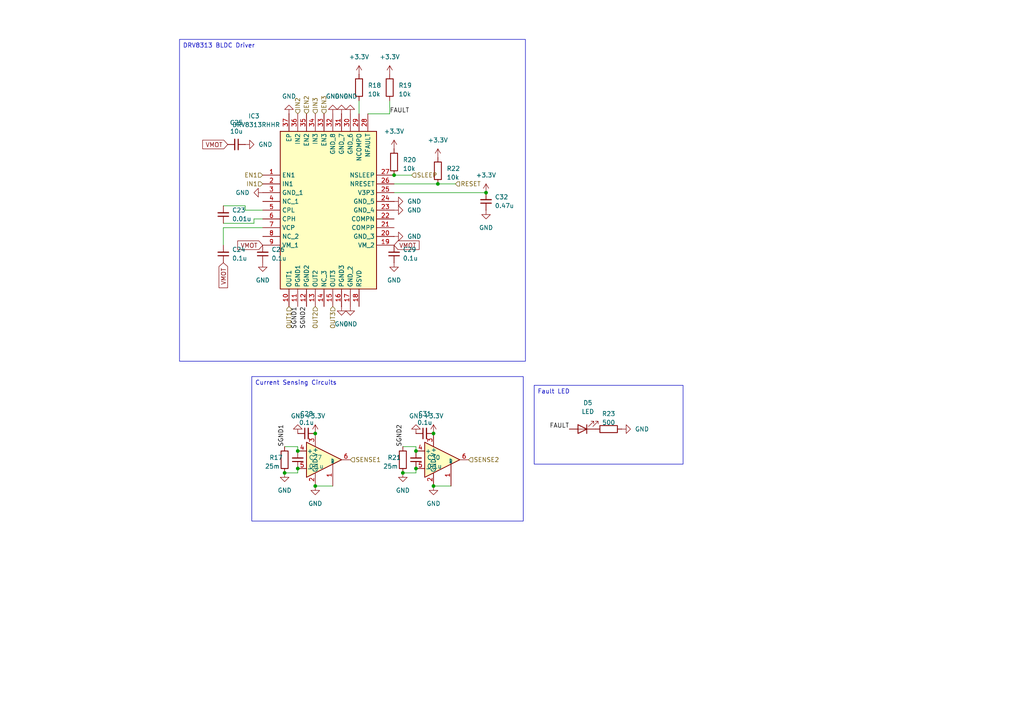
<source format=kicad_sch>
(kicad_sch (version 20250114) (generator "eeschema") (generator_version "9.0")
  (paper "A4")
  (lib_symbols
    (symbol "+3.3V_1" (power) (pin_numbers (hide yes)) (pin_names (offset 0) (hide yes))
      (property "Value" "+3.3V" (at 0 3.556 0))
      (symbol "+3.3V_1_0_1"
        (polyline (pts (xy -0.762 1.27) (xy 0 2.54)))
        (polyline (pts (xy 0 2.54) (xy 0.762 1.27)))
        (polyline (pts (xy 0 0) (xy 0 2.54)))
      )
      (symbol "+3.3V_1_1_1"
        (pin power_in line (at 0 0 90) (length 0) (name "~") (number "1"))
      )
    )
    (symbol "Amplifier_Current:INA199xxDCK" (pin_names (offset 0.127))
      (property "Reference" "U" (at 3.81 3.81 0))
      (property "Value" "INA199xxDCK" (at 3.81 -2.54 0))
      (symbol "INA199xxDCK_0_1"
        (polyline (pts (xy 5.08 0) (xy -5.08 5.08) (xy -5.08 -5.08) (xy 5.08 0)) (stroke (width 0.254)) (fill (type background)))
      )
      (symbol "INA199xxDCK_1_1"
        (pin input line (at -7.62 2.54 0) (length 2.54) (name "+") (number "4"))
        (pin input line (at -7.62 -2.54 0) (length 2.54) (name "-") (number "5"))
        (pin power_in line (at -2.54 7.62 270) (length 3.81) (name "V+") (number "3"))
        (pin power_in line (at -2.54 -7.62 90) (length 3.81) (name "GND") (number "2"))
        (pin input line (at 2.54 -7.62 90) (length 6.35) (name "REF") (number "1"))
        (pin output line (at 7.62 0 180) (length 2.54) (name "~") (number "6"))
      )
    )
    (symbol "DRV8313RHHR:DRV8313RHHR"
      (property "Reference" "IC" (at 34.29 17.78 0))
      (property "Value" "DRV8313RHHR" (at 34.29 15.24 0))
      (symbol "DRV8313RHHR_1_1"
        (rectangle (start 5.08 12.7) (end 33.02 -33.02) (stroke (width 0.254)) (fill (type background)))
        (pin passive line (at 0 0 0) (length 5.08) (name "EN1") (number "1"))
        (pin passive line (at 0 -2.54 0) (length 5.08) (name "IN1") (number "2"))
        (pin passive line (at 0 -5.08 0) (length 5.08) (name "GND_1") (number "3"))
        (pin passive line (at 0 -7.62 0) (length 5.08) (name "NC_1") (number "4"))
        (pin passive line (at 0 -10.16 0) (length 5.08) (name "CPL") (number "5"))
        (pin passive line (at 0 -12.7 0) (length 5.08) (name "CPH") (number "6"))
        (pin passive line (at 0 -15.24 0) (length 5.08) (name "VCP") (number "7"))
        (pin passive line (at 0 -17.78 0) (length 5.08) (name "NC_2") (number "8"))
        (pin passive line (at 0 -20.32 0) (length 5.08) (name "VM_1") (number "9"))
        (pin passive line (at 7.62 17.78 270) (length 5.08) (name "EP") (number "37"))
        (pin passive line (at 7.62 -38.1 90) (length 5.08) (name "OUT1") (number "10"))
        (pin passive line (at 10.16 17.78 270) (length 5.08) (name "IN2") (number "36"))
        (pin passive line (at 10.16 -38.1 90) (length 5.08) (name "PGND1") (number "11"))
        (pin passive line (at 12.7 17.78 270) (length 5.08) (name "EN2") (number "35"))
        (pin passive line (at 12.7 -38.1 90) (length 5.08) (name "PGND2") (number "12"))
        (pin passive line (at 15.24 17.78 270) (length 5.08) (name "IN3") (number "34"))
        (pin passive line (at 15.24 -38.1 90) (length 5.08) (name "OUT2") (number "13"))
        (pin passive line (at 17.78 17.78 270) (length 5.08) (name "EN3") (number "33"))
        (pin passive line (at 17.78 -38.1 90) (length 5.08) (name "NC_3") (number "14"))
        (pin passive line (at 20.32 17.78 270) (length 5.08) (name "GND_8") (number "32"))
        (pin passive line (at 20.32 -38.1 90) (length 5.08) (name "OUT3") (number "15"))
        (pin passive line (at 22.86 17.78 270) (length 5.08) (name "GND_7") (number "31"))
        (pin passive line (at 22.86 -38.1 90) (length 5.08) (name "PGND3") (number "16"))
        (pin passive line (at 25.4 17.78 270) (length 5.08) (name "GND_6") (number "30"))
        (pin passive line (at 25.4 -38.1 90) (length 5.08) (name "GND_2") (number "17"))
        (pin passive line (at 27.94 17.78 270) (length 5.08) (name "NCOMPO") (number "29"))
        (pin passive line (at 27.94 -38.1 90) (length 5.08) (name "RSVD") (number "18"))
        (pin passive line (at 30.48 17.78 270) (length 5.08) (name "NFAULT") (number "28"))
        (pin passive line (at 38.1 0 180) (length 5.08) (name "NSLEEP") (number "27"))
        (pin passive line (at 38.1 -2.54 180) (length 5.08) (name "NRESET") (number "26"))
        (pin passive line (at 38.1 -5.08 180) (length 5.08) (name "V3P3") (number "25"))
        (pin passive line (at 38.1 -7.62 180) (length 5.08) (name "GND_5") (number "24"))
        (pin passive line (at 38.1 -10.16 180) (length 5.08) (name "GND_4") (number "23"))
        (pin passive line (at 38.1 -12.7 180) (length 5.08) (name "COMPN") (number "22"))
        (pin passive line (at 38.1 -15.24 180) (length 5.08) (name "COMPP") (number "21"))
        (pin passive line (at 38.1 -17.78 180) (length 5.08) (name "GND_3") (number "20"))
        (pin passive line (at 38.1 -20.32 180) (length 5.08) (name "VM_2") (number "19"))
      )
    )
    (symbol "Device:C_Small" (pin_numbers (hide yes)) (pin_names (offset 0.254) (hide yes))
      (property "Reference" "C" (at 0.254 1.778 0))
      (property "Value" "C_Small" (at 0.254 -2.032 0))
      (symbol "C_Small_0_1"
        (polyline (pts (xy -1.524 0.508) (xy 1.524 0.508)) (stroke (width 0.3048)))
        (polyline (pts (xy -1.524 -0.508) (xy 1.524 -0.508)) (stroke (width 0.3302)))
      )
      (symbol "C_Small_1_1"
        (pin passive line (at 0 2.54 270) (length 2.032) (name "~") (number "1"))
        (pin passive line (at 0 -2.54 90) (length 2.032) (name "~") (number "2"))
      )
    )
    (symbol "Device:LED" (pin_numbers (hide yes)) (pin_names (offset 1.016) (hide yes))
      (property "Reference" "D" (at 0 2.54 0))
      (property "Value" "LED" (at 0 -2.54 0))
      (symbol "LED_0_1"
        (polyline (pts (xy -3.048 -0.762) (xy -4.572 -2.286) (xy -3.81 -2.286) (xy -4.572 -2.286) (xy -4.572 -1.524)))
        (polyline (pts (xy -1.778 -0.762) (xy -3.302 -2.286) (xy -2.54 -2.286) (xy -3.302 -2.286) (xy -3.302 -1.524)))
        (polyline (pts (xy -1.27 0) (xy 1.27 0)))
        (polyline (pts (xy -1.27 -1.27) (xy -1.27 1.27)) (stroke (width 0.254)))
        (polyline (pts (xy 1.27 -1.27) (xy 1.27 1.27) (xy -1.27 0) (xy 1.27 -1.27)) (stroke (width 0.254)))
      )
      (symbol "LED_1_1"
        (pin passive line (at -3.81 0 0) (length 2.54) (name "K") (number "1"))
        (pin passive line (at 3.81 0 180) (length 2.54) (name "A") (number "2"))
      )
    )
    (symbol "Device:R" (pin_numbers (hide yes)) (pin_names (offset 0))
      (property "Reference" "R" (at 2.032 0 90))
      (property "Value" "R" (at 0 0 90))
      (symbol "R_0_1"
        (rectangle (start -1.016 -2.54) (end 1.016 2.54) (stroke (width 0.254)))
      )
      (symbol "R_1_1"
        (pin passive line (at 0 3.81 270) (length 1.27) (name "~") (number "1"))
        (pin passive line (at 0 -3.81 90) (length 1.27) (name "~") (number "2"))
      )
    )
    (symbol "GND_1" (power) (pin_numbers (hide yes)) (pin_names (offset 0) (hide yes))
      (property "Value" "GND" (at 0 -3.81 0))
      (symbol "GND_1_0_1"
        (polyline (pts (xy 0 0) (xy 0 -1.27) (xy 1.27 -1.27) (xy 0 -2.54) (xy -1.27 -1.27) (xy 0 -1.27)))
      )
      (symbol "GND_1_1_1"
        (pin power_in line (at 0 0 270) (length 0) (name "~") (number "1"))
      )
    )
  )
  (text_box "DRV8313 BLDC Driver" (at 52.07 11.43 0) (size 100.33 93.345) (margins 0.9525 0.9525 0.9525 0.9525) (effects (font (size 1.27 1.27)) (justify left top)))
  (text_box "Fault LED" (at 154.94 111.76 0) (size 43.18 22.86) (margins 0.9525 0.9525 0.9525 0.9525) (effects (font (size 1.27 1.27)) (justify left top)))
  (text_box "Current Sensing Circuits" (at 73.025 109.22 0) (size 78.74 41.91) (margins 0.9525 0.9525 0.9525 0.9525) (effects (font (size 1.27 1.27)) (justify left top)))
  (junction (at 125.73 140.97))
  (junction (at 120.65 130.81))
  (junction (at 91.44 140.97))
  (junction (at 86.36 130.81))
  (junction (at 140.97 55.88))
  (junction (at 127 53.34))
  (junction (at 125.73 125.73))
  (junction (at 82.55 137.16))
  (junction (at 114.3 50.8))
  (junction (at 116.84 137.16))
  (junction (at 91.44 125.73))
  (junction (at 120.65 135.89))
  (junction (at 86.36 135.89))
  (wire (pts (xy 127 53.34) (xy 114.3 53.34)))
  (wire (pts (xy 106.68 33.02) (xy 113.03 33.02)))
  (wire (pts (xy 120.65 129.54) (xy 120.65 130.81)))
  (wire (pts (xy 132.08 53.34) (xy 127 53.34)))
  (wire (pts (xy 113.03 33.02) (xy 113.03 29.21)))
  (wire (pts (xy 64.77 66.04) (xy 64.77 71.12)))
  (wire (pts (xy 71.12 59.69) (xy 64.77 59.69)))
  (wire (pts (xy 86.36 137.16) (xy 86.36 135.89)))
  (wire (pts (xy 86.36 129.54) (xy 86.36 130.81)))
  (wire (pts (xy 116.84 137.16) (xy 120.65 137.16)))
  (wire (pts (xy 120.65 137.16) (xy 120.65 135.89)))
  (wire (pts (xy 71.12 60.96) (xy 71.12 59.69)))
  (wire (pts (xy 64.77 66.04) (xy 76.2 66.04)))
  (wire (pts (xy 82.55 129.54) (xy 86.36 129.54)))
  (wire (pts (xy 114.3 55.88) (xy 140.97 55.88)))
  (wire (pts (xy 73.66 63.5) (xy 73.66 64.77)))
  (wire (pts (xy 91.44 140.97) (xy 96.52 140.97)))
  (wire (pts (xy 76.2 60.96) (xy 71.12 60.96)))
  (wire (pts (xy 125.73 140.97) (xy 130.81 140.97)))
  (wire (pts (xy 76.2 63.5) (xy 73.66 63.5)))
  (wire (pts (xy 73.66 64.77) (xy 64.77 64.77)))
  (wire (pts (xy 104.14 29.21) (xy 104.14 33.02)))
  (wire (pts (xy 119.38 50.8) (xy 114.3 50.8)))
  (wire (pts (xy 82.55 137.16) (xy 86.36 137.16)))
  (wire (pts (xy 116.84 129.54) (xy 120.65 129.54)))
  (label "SGND2" (at 116.84 129.54 90))
  (label "SGND1" (at 82.55 129.54 90))
  (label "FAULT" (at 165.1 124.46 180))
  (label "FAULT" (at 113.03 33.02 0))
  (label "SGND2" (at 88.9 88.9 270))
  (label "SGND1" (at 86.36 88.9 270))
  (global_label "VMOT" (shape input) (at 64.77 76.2 270) (property "Intersheetrefs" "${INTERSHEET_REFS}" (effects (hide yes))))
  (global_label "VMOT" (shape input) (at 66.04 41.91 180) (property "Intersheetrefs" "${INTERSHEET_REFS}" (effects (hide yes))))
  (global_label "VMOT" (shape input) (at 76.2 71.12 180) (property "Intersheetrefs" "${INTERSHEET_REFS}" (effects (hide yes))))
  (global_label "VMOT" (shape input) (at 114.3 71.12 0) (property "Intersheetrefs" "${INTERSHEET_REFS}" (effects (hide yes))))
  (hierarchical_label "IN2" (shape input) (at 86.36 33.02 90))
  (hierarchical_label "OUT3" (shape input) (at 96.52 88.9 270))
  (hierarchical_label "EN1" (shape input) (at 76.2 50.8 180))
  (hierarchical_label "OUT1" (shape input) (at 83.82 88.9 270))
  (hierarchical_label "SENSE2" (shape input) (at 135.89 133.35 0))
  (hierarchical_label "IN1" (shape input) (at 76.2 53.34 180))
  (hierarchical_label "SENSE1" (shape input) (at 101.6 133.35 0))
  (hierarchical_label "RESET" (shape input) (at 132.08 53.34 0))
  (hierarchical_label "OUT2" (shape input) (at 91.44 88.9 270))
  (hierarchical_label "EN2" (shape input) (at 88.9 33.02 90))
  (hierarchical_label "IN3" (shape input) (at 91.44 33.02 90))
  (hierarchical_label "SLEEP" (shape input) (at 119.38 50.8 0))
  (hierarchical_label "EN3" (shape input) (at 93.98 33.02 90))
  (symbol (lib_id "Device:C_Small") (at 86.36 133.35 180) (unit 1)
    (property "Reference" "C17" (at 89.535 132.7086 0) (effects (justify right)))
    (property "Value" "0.1u" (at 89.535 135.2486 0) (effects (justify right)))
    (property "Footprint" "Capacitor_SMD:C_0402_1005Metric" (effects (hide yes)))
    (instances (project "DRIFT_Driver" (path "" (reference "C27") (unit 1)) (path "" (reference "C17") (unit 1))))
  )
  (symbol (lib_name "+3.3V_1") (lib_id "power:+3.3V") (at 91.44 125.73 0) (unit 1)
    (property "Reference" "#PWR037" (effects (hide yes)))
    (property "Value" "+3.3V" (at 91.44 120.65 0))
    (property "Description" "Power symbol creates a global label with name \"+3.3V\"" (effects (hide yes)))
    (instances (project "DRIFT_Driver" (path "" (reference "#PWR065") (unit 1)) (path "" (reference "#PWR037") (unit 1))))
  )
  (symbol (lib_name "GND_1") (lib_id "power:GND") (at 83.82 33.02 180) (unit 1)
    (property "Reference" "#PWR035" (effects (hide yes)))
    (property "Value" "GND" (at 83.82 27.94 0))
    (property "Description" "Power symbol creates a global label with name \"GND\" , ground" (effects (hide yes)))
    (instances (project "DRIFT_Driver" (path "" (reference "#PWR063") (unit 1)) (path "" (reference "#PWR035") (unit 1))))
  )
  (symbol (lib_name "+3.3V_1") (lib_id "power:+3.3V") (at 125.73 125.73 0) (unit 1)
    (property "Reference" "#PWR053" (effects (hide yes)))
    (property "Value" "+3.3V" (at 125.73 120.65 0))
    (property "Description" "Power symbol creates a global label with name \"+3.3V\"" (effects (hide yes)))
    (instances (project "DRIFT_Driver" (path "" (reference "#PWR081") (unit 1)) (path "" (reference "#PWR053") (unit 1))))
  )
  (symbol (lib_name "GND_1") (lib_id "power:GND") (at 114.3 76.2 0) (unit 1)
    (property "Reference" "#PWR050" (effects (hide yes)))
    (property "Value" "GND" (at 114.3 81.28 0))
    (property "Description" "Power symbol creates a global label with name \"GND\" , ground" (effects (hide yes)))
    (instances (project "DRIFT_Driver" (path "" (reference "#PWR078") (unit 1)) (path "" (reference "#PWR050") (unit 1))))
  )
  (symbol (lib_id "Device:C_Small") (at 64.77 73.66 180) (unit 1)
    (property "Reference" "C14" (at 67.31 72.3835 0) (effects (justify right)))
    (property "Value" "0.1u" (at 67.31 74.9235 0) (effects (justify right)))
    (property "Footprint" "Capacitor_SMD:C_0402_1005Metric" (effects (hide yes)))
    (instances (project "DRIFT_Driver" (path "" (reference "C24") (unit 1)) (path "" (reference "C14") (unit 1))))
  )
  (symbol (lib_name "GND_1") (lib_id "power:GND") (at 76.2 76.2 0) (unit 1)
    (property "Reference" "#PWR033" (effects (hide yes)))
    (property "Value" "GND" (at 76.2 81.28 0))
    (property "Description" "Power symbol creates a global label with name \"GND\" , ground" (effects (hide yes)))
    (instances (project "DRIFT_Driver" (path "" (reference "#PWR061") (unit 1)) (path "" (reference "#PWR033") (unit 1))))
  )
  (symbol (lib_name "GND_1") (lib_id "power:GND") (at 140.97 60.96 0) (unit 1)
    (property "Reference" "#PWR057" (effects (hide yes)))
    (property "Value" "GND" (at 140.97 66.04 0))
    (property "Description" "Power symbol creates a global label with name \"GND\" , ground" (effects (hide yes)))
    (instances (project "DRIFT_Driver" (path "" (reference "#PWR085") (unit 1)) (path "" (reference "#PWR057") (unit 1))))
  )
  (symbol (lib_id "Device:C_Small") (at 64.77 62.23 180) (unit 1)
    (property "Reference" "C13" (at 67.31 60.9535 0) (effects (justify right)))
    (property "Value" "0.01u" (at 67.31 63.4935 0) (effects (justify right)))
    (property "Footprint" "Capacitor_SMD:C_0402_1005Metric" (effects (hide yes)))
    (instances (project "DRIFT_Driver" (path "" (reference "C23") (unit 1)) (path "" (reference "C13") (unit 1))))
  )
  (symbol (lib_name "GND_1") (lib_id "power:GND") (at 125.73 140.97 0) (unit 1)
    (property "Reference" "#PWR054" (effects (hide yes)))
    (property "Value" "GND" (at 125.73 146.05 0))
    (property "Description" "Power symbol creates a global label with name \"GND\" , ground" (effects (hide yes)))
    (instances (project "DRIFT_Driver" (path "" (reference "#PWR082") (unit 1)) (path "" (reference "#PWR054") (unit 1))))
  )
  (symbol (lib_name "GND_1") (lib_id "power:GND") (at 120.65 125.73 180) (unit 1)
    (property "Reference" "#PWR052" (effects (hide yes)))
    (property "Value" "GND" (at 120.65 120.65 0))
    (property "Description" "Power symbol creates a global label with name \"GND\" , ground" (effects (hide yes)))
    (instances (project "DRIFT_Driver" (path "" (reference "#PWR080") (unit 1)) (path "" (reference "#PWR052") (unit 1))))
  )
  (symbol (lib_name "GND_1") (lib_id "power:GND") (at 99.06 88.9 0) (unit 1)
    (property "Reference" "#PWR041" (effects (hide yes)))
    (property "Value" "GND" (at 99.06 93.98 0))
    (property "Description" "Power symbol creates a global label with name \"GND\" , ground" (effects (hide yes)))
    (instances (project "DRIFT_Driver" (path "" (reference "#PWR069") (unit 1)) (path "" (reference "#PWR041") (unit 1))))
  )
  (symbol (lib_id "Device:C_Small") (at 140.97 58.42 180) (unit 1)
    (property "Reference" "C22" (at 143.51 57.1435 0) (effects (justify right)))
    (property "Value" "0.47u" (at 143.51 59.6835 0) (effects (justify right)))
    (property "Footprint" "Capacitor_SMD:C_0402_1005Metric" (effects (hide yes)))
    (instances (project "DRIFT_Driver" (path "" (reference "C32") (unit 1)) (path "" (reference "C22") (unit 1))))
  )
  (symbol (lib_name "+3.3V_1") (lib_id "power:+3.3V") (at 140.97 55.88 0) (unit 1)
    (property "Reference" "#PWR056" (effects (hide yes)))
    (property "Value" "+3.3V" (at 140.97 50.8 0))
    (property "Description" "Power symbol creates a global label with name \"+3.3V\"" (effects (hide yes)))
    (instances (project "DRIFT_Driver" (path "" (reference "#PWR084") (unit 1)) (path "" (reference "#PWR056") (unit 1))))
  )
  (symbol (lib_name "GND_1") (lib_id "power:GND") (at 96.52 33.02 180) (unit 1)
    (property "Reference" "#PWR039" (effects (hide yes)))
    (property "Value" "GND" (at 96.52 27.94 0))
    (property "Description" "Power symbol creates a global label with name \"GND\" , ground" (effects (hide yes)))
    (instances (project "DRIFT_Driver" (path "" (reference "#PWR067") (unit 1)) (path "" (reference "#PWR039") (unit 1))))
  )
  (symbol (lib_name "GND_1") (lib_id "power:GND") (at 180.34 124.46 90) (unit 1)
    (property "Reference" "#PWR058" (effects (hide yes)))
    (property "Value" "GND" (at 184.15 124.4599 90) (effects (justify right)))
    (property "Description" "Power symbol creates a global label with name \"GND\" , ground" (effects (hide yes)))
    (instances (project "" (path "" (reference "#PWR086") (unit 1)) (path "" (reference "#PWR058") (unit 1))))
  )
  (symbol (lib_id "Device:C_Small") (at 68.58 41.91 270) (unit 1)
    (property "Reference" "C15" (at 68.5736 35.56 90))
    (property "Value" "10u" (at 68.5736 38.1 90))
    (property "Footprint" "Capacitor_SMD:C_0805_2012Metric" (effects (hide yes)))
    (instances (project "DRIFT_Driver" (path "" (reference "C25") (unit 1)) (path "" (reference "C15") (unit 1))))
  )
  (symbol (lib_name "GND_1") (lib_id "power:GND") (at 86.36 125.73 180) (unit 1)
    (property "Reference" "#PWR036" (effects (hide yes)))
    (property "Value" "GND" (at 86.36 120.65 0))
    (property "Description" "Power symbol creates a global label with name \"GND\" , ground" (effects (hide yes)))
    (instances (project "DRIFT_Driver" (path "" (reference "#PWR064") (unit 1)) (path "" (reference "#PWR036") (unit 1))))
  )
  (symbol (lib_name "+3.3V_1") (lib_id "power:+3.3V") (at 114.3 43.18 0) (unit 1)
    (property "Reference" "#PWR046" (effects (hide yes)))
    (property "Value" "+3.3V" (at 114.3 38.1 0))
    (property "Description" "Power symbol creates a global label with name \"+3.3V\"" (effects (hide yes)))
    (instances (project "DRIFT_Driver" (path "" (reference "#PWR074") (unit 1)) (path "" (reference "#PWR046") (unit 1))))
  )
  (symbol (lib_id "Device:C_Small") (at 114.3 73.66 180) (unit 1)
    (property "Reference" "C19" (at 116.84 72.3835 0) (effects (justify right)))
    (property "Value" "0.1u" (at 116.84 74.9235 0) (effects (justify right)))
    (property "Footprint" "Capacitor_SMD:C_0402_1005Metric" (effects (hide yes)))
    (instances (project "DRIFT_Driver" (path "" (reference "C29") (unit 1)) (path "" (reference "C19") (unit 1))))
  )
  (symbol (lib_name "GND_1") (lib_id "power:GND") (at 71.12 41.91 90) (unit 1)
    (property "Reference" "#PWR031" (effects (hide yes)))
    (property "Value" "GND" (at 74.93 41.9099 90) (effects (justify right)))
    (property "Description" "Power symbol creates a global label with name \"GND\" , ground" (effects (hide yes)))
    (instances (project "DRIFT_Driver" (path "" (reference "#PWR059") (unit 1)) (path "" (reference "#PWR031") (unit 1))))
  )
  (symbol (lib_id "Amplifier_Current:INA199xxDCK") (at 93.98 133.35 0) (unit 1)
    (property "Reference" "U3" (effects (hide yes)))
    (property "Value" "INA199xxDCK" (effects (hide yes)))
    (property "Footprint" "Package_TO_SOT_SMD:SOT-363_SC-70-6" (effects (hide yes)))
    (property "Datasheet" "http://www.ti.com/lit/ds/symlink/ina199.pdf" (effects (hide yes)))
    (instances (project "DRIFT_Driver" (path "" (reference "U5") (unit 1)) (path "" (reference "U3") (unit 1))))
  )
  (symbol (lib_id "Device:C_Small") (at 76.2 73.66 180) (unit 1)
    (property "Reference" "C16" (at 78.74 72.3835 0) (effects (justify right)))
    (property "Value" "0.1u" (at 78.74 74.9235 0) (effects (justify right)))
    (property "Footprint" "Capacitor_SMD:C_0402_1005Metric" (effects (hide yes)))
    (instances (project "DRIFT_Driver" (path "" (reference "C26") (unit 1)) (path "" (reference "C16") (unit 1))))
  )
  (symbol (lib_name "GND_1") (lib_id "power:GND") (at 82.55 137.16 0) (unit 1)
    (property "Reference" "#PWR034" (effects (hide yes)))
    (property "Value" "GND" (at 82.55 142.24 0))
    (property "Description" "Power symbol creates a global label with name \"GND\" , ground" (effects (hide yes)))
    (instances (project "DRIFT_Driver" (path "" (reference "#PWR062") (unit 1)) (path "" (reference "#PWR034") (unit 1))))
  )
  (symbol (lib_name "GND_1") (lib_id "power:GND") (at 116.84 137.16 0) (unit 1)
    (property "Reference" "#PWR051" (effects (hide yes)))
    (property "Value" "GND" (at 116.84 142.24 0))
    (property "Description" "Power symbol creates a global label with name \"GND\" , ground" (effects (hide yes)))
    (instances (project "DRIFT_Driver" (path "" (reference "#PWR079") (unit 1)) (path "" (reference "#PWR051") (unit 1))))
  )
  (symbol (lib_name "GND_1") (lib_id "power:GND") (at 101.6 33.02 180) (unit 1)
    (property "Reference" "#PWR042" (effects (hide yes)))
    (property "Value" "GND" (at 101.6 27.94 0))
    (property "Description" "Power symbol creates a global label with name \"GND\" , ground" (effects (hide yes)))
    (instances (project "DRIFT_Driver" (path "" (reference "#PWR070") (unit 1)) (path "" (reference "#PWR042") (unit 1))))
  )
  (symbol (lib_name "GND_1") (lib_id "power:GND") (at 114.3 58.42 90) (unit 1)
    (property "Reference" "#PWR047" (effects (hide yes)))
    (property "Value" "GND" (at 118.11 58.4199 90) (effects (justify right)))
    (property "Description" "Power symbol creates a global label with name \"GND\" , ground" (effects (hide yes)))
    (instances (project "DRIFT_Driver" (path "" (reference "#PWR075") (unit 1)) (path "" (reference "#PWR047") (unit 1))))
  )
  (symbol (lib_name "GND_1") (lib_id "power:GND") (at 99.06 33.02 180) (unit 1)
    (property "Reference" "#PWR040" (effects (hide yes)))
    (property "Value" "GND" (at 99.06 27.94 0))
    (property "Description" "Power symbol creates a global label with name \"GND\" , ground" (effects (hide yes)))
    (instances (project "DRIFT_Driver" (path "" (reference "#PWR068") (unit 1)) (path "" (reference "#PWR040") (unit 1))))
  )
  (symbol (lib_name "GND_1") (lib_id "power:GND") (at 114.3 60.96 90) (unit 1)
    (property "Reference" "#PWR048" (effects (hide yes)))
    (property "Value" "GND" (at 118.11 60.9599 90) (effects (justify right)))
    (property "Description" "Power symbol creates a global label with name \"GND\" , ground" (effects (hide yes)))
    (instances (project "DRIFT_Driver" (path "" (reference "#PWR076") (unit 1)) (path "" (reference "#PWR048") (unit 1))))
  )
  (symbol (lib_id "Device:C_Small") (at 88.9 125.73 90) (unit 1)
    (property "Reference" "C18" (at 88.9063 120.015 90))
    (property "Value" "0.1u" (at 88.9063 122.555 90))
    (property "Footprint" "Capacitor_SMD:C_0402_1005Metric" (effects (hide yes)))
    (instances (project "DRIFT_Driver" (path "" (reference "C28") (unit 1)) (path "" (reference "C18") (unit 1))))
  )
  (symbol (lib_name "GND_1") (lib_id "power:GND") (at 91.44 140.97 0) (unit 1)
    (property "Reference" "#PWR038" (effects (hide yes)))
    (property "Value" "GND" (at 91.44 146.05 0))
    (property "Description" "Power symbol creates a global label with name \"GND\" , ground" (effects (hide yes)))
    (instances (project "DRIFT_Driver" (path "" (reference "#PWR066") (unit 1)) (path "" (reference "#PWR038") (unit 1))))
  )
  (symbol (lib_id "Device:R") (at 114.3 46.99 180) (unit 1)
    (property "Reference" "R13" (at 116.84 46.355 0) (effects (justify right)))
    (property "Value" "10k" (at 116.84 48.895 0) (effects (justify right)))
    (property "Footprint" "Resistor_SMD:R_0402_1005Metric" (effects (hide yes)))
    (instances (project "DRIFT_Driver" (path "" (reference "R20") (unit 1)) (path "" (reference "R13") (unit 1))))
  )
  (symbol (lib_id "Device:R") (at 82.55 133.35 0) (unit 1)
    (property "Reference" "R10" (at 78.105 132.715 0) (effects (justify left)))
    (property "Value" "25m" (at 76.835 135.255 0) (effects (justify left)))
    (property "Footprint" "Resistor_SMD:R_0603_1608Metric" (effects (hide yes)))
    (instances (project "DRIFT_Driver" (path "" (reference "R17") (unit 1)) (path "" (reference "R10") (unit 1))))
  )
  (symbol (lib_name "GND_1") (lib_id "power:GND") (at 76.2 55.88 270) (unit 1)
    (property "Reference" "#PWR032" (effects (hide yes)))
    (property "Value" "GND" (at 72.39 55.8799 90) (effects (justify right)))
    (property "Description" "Power symbol creates a global label with name \"GND\" , ground" (effects (hide yes)))
    (instances (project "DRIFT_Driver" (path "" (reference "#PWR060") (unit 1)) (path "" (reference "#PWR032") (unit 1))))
  )
  (symbol (lib_id "Device:C_Small") (at 123.19 125.73 90) (unit 1)
    (property "Reference" "C21" (at 123.1963 120.015 90))
    (property "Value" "0.1u" (at 123.1963 122.555 90))
    (property "Footprint" "Capacitor_SMD:C_0402_1005Metric" (effects (hide yes)))
    (instances (project "DRIFT_Driver" (path "" (reference "C31") (unit 1)) (path "" (reference "C21") (unit 1))))
  )
  (symbol (lib_id "Device:R") (at 176.53 124.46 90) (unit 1)
    (property "Reference" "R16" (at 176.53 120.015 90))
    (property "Value" "500" (at 176.53 122.555 90))
    (property "Footprint" "Resistor_SMD:R_0402_1005Metric" (effects (hide yes)))
    (instances (project "DRIFT_Driver" (path "" (reference "R23") (unit 1)) (path "" (reference "R16") (unit 1))))
  )
  (symbol (lib_id "Device:R") (at 104.14 25.4 180) (unit 1)
    (property "Reference" "R11" (at 106.68 24.765 0) (effects (justify right)))
    (property "Value" "10k" (at 106.68 27.305 0) (effects (justify right)))
    (property "Footprint" "Resistor_SMD:R_0402_1005Metric" (effects (hide yes)))
    (instances (project "DRIFT_Driver" (path "" (reference "R18") (unit 1)) (path "" (reference "R11") (unit 1))))
  )
  (symbol (lib_id "Device:R") (at 113.03 25.4 180) (unit 1)
    (property "Reference" "R12" (at 115.57 24.765 0) (effects (justify right)))
    (property "Value" "10k" (at 115.57 27.305 0) (effects (justify right)))
    (property "Footprint" "Resistor_SMD:R_0402_1005Metric" (effects (hide yes)))
    (instances (project "DRIFT_Driver" (path "" (reference "R19") (unit 1)) (path "" (reference "R12") (unit 1))))
  )
  (symbol (lib_name "GND_1") (lib_id "power:GND") (at 101.6 88.9 0) (unit 1)
    (property "Reference" "#PWR043" (effects (hide yes)))
    (property "Value" "GND" (at 101.6 93.98 0))
    (property "Description" "Power symbol creates a global label with name \"GND\" , ground" (effects (hide yes)))
    (instances (project "DRIFT_Driver" (path "" (reference "#PWR071") (unit 1)) (path "" (reference "#PWR043") (unit 1))))
  )
  (symbol (lib_id "Device:R") (at 116.84 133.35 0) (unit 1)
    (property "Reference" "R14" (at 112.395 132.715 0) (effects (justify left)))
    (property "Value" "25m" (at 111.125 135.255 0) (effects (justify left)))
    (property "Footprint" "Resistor_SMD:R_0603_1608Metric" (effects (hide yes)))
    (instances (project "DRIFT_Driver" (path "" (reference "R21") (unit 1)) (path "" (reference "R14") (unit 1))))
  )
  (symbol (lib_id "Device:LED") (at 168.91 124.46 180) (unit 1)
    (property "Reference" "D4" (at 170.4975 116.84 0))
    (property "Value" "LED" (at 170.4975 119.38 0))
    (property "Footprint" "LED_SMD:LED_0603_1608Metric" (effects (hide yes)))
    (property "Description" "Light emitting diode" (effects (hide yes)))
    (property "Sim.Pins" "1=K 2=A" (effects (hide yes)))
    (instances (project "" (path "" (reference "D5") (unit 1)) (path "" (reference "D4") (unit 1))))
  )
  (symbol (lib_name "GND_1") (lib_id "power:GND") (at 114.3 68.58 90) (unit 1)
    (property "Reference" "#PWR049" (effects (hide yes)))
    (property "Value" "GND" (at 118.11 68.5799 90) (effects (justify right)))
    (property "Description" "Power symbol creates a global label with name \"GND\" , ground" (effects (hide yes)))
    (instances (project "DRIFT_Driver" (path "" (reference "#PWR077") (unit 1)) (path "" (reference "#PWR049") (unit 1))))
  )
  (symbol (lib_id "Device:R") (at 127 49.53 180) (unit 1)
    (property "Reference" "R15" (at 129.54 48.895 0) (effects (justify right)))
    (property "Value" "10k" (at 129.54 51.435 0) (effects (justify right)))
    (property "Footprint" "Resistor_SMD:R_0402_1005Metric" (effects (hide yes)))
    (instances (project "DRIFT_Driver" (path "" (reference "R22") (unit 1)) (path "" (reference "R15") (unit 1))))
  )
  (symbol (lib_id "DRV8313RHHR:DRV8313RHHR") (at 76.2 50.8 0) (unit 1)
    (property "Reference" "IC2" (at 73.66 33.655 0))
    (property "Value" "DRV8313RHHR" (at 74.295 36.195 0))
    (property "Footprint" "Touchstone:QFN50P600X600X100-37N-D" (effects (hide yes)))
    (property "Datasheet" "http://www.ti.com/lit/ds/symlink/drv8313.pdf" (effects (hide yes)))
    (property "Height" "1" (effects (hide yes)))
    (property "Manufacturer_Name" "Texas Instruments" (effects (hide yes)))
    (property "Manufacturer_Part_Number" "DRV8313RHHR" (effects (hide yes)))
    (property "Mouser Part Number" "595-DRV8313RHHR" (effects (hide yes)))
    (property "Mouser Price/Stock" "https://www.mouser.co.uk/ProductDetail/Texas-Instruments/DRV8313RHHR?qs=VymPLiRQZIS1rnepRn1%252BBA%3D%3D" (effects (hide yes)))
    (property "Arrow Part Number" "DRV8313RHHR" (effects (hide yes)))
    (property "Arrow Price/Stock" "https://www.arrow.com/en/products/drv8313rhhr/texas-instruments?utm_currency=USD&region=nac" (effects (hide yes)))
    (instances (project "DRIFT_Driver" (path "" (reference "IC3") (unit 1)) (path "" (reference "IC2") (unit 1))))
  )
  (symbol (lib_name "+3.3V_1") (lib_id "power:+3.3V") (at 104.14 21.59 0) (unit 1)
    (property "Reference" "#PWR044" (effects (hide yes)))
    (property "Value" "+3.3V" (at 104.14 16.51 0))
    (property "Description" "Power symbol creates a global label with name \"+3.3V\"" (effects (hide yes)))
    (instances (project "" (path "" (reference "#PWR072") (unit 1)) (path "" (reference "#PWR044") (unit 1))))
  )
  (symbol (lib_name "+3.3V_1") (lib_id "power:+3.3V") (at 127 45.72 0) (unit 1)
    (property "Reference" "#PWR055" (effects (hide yes)))
    (property "Value" "+3.3V" (at 127 40.64 0))
    (property "Description" "Power symbol creates a global label with name \"+3.3V\"" (effects (hide yes)))
    (instances (project "DRIFT_Driver" (path "" (reference "#PWR083") (unit 1)) (path "" (reference "#PWR055") (unit 1))))
  )
  (symbol (lib_name "+3.3V_1") (lib_id "power:+3.3V") (at 113.03 21.59 0) (unit 1)
    (property "Reference" "#PWR045" (effects (hide yes)))
    (property "Value" "+3.3V" (at 113.03 16.51 0))
    (property "Description" "Power symbol creates a global label with name \"+3.3V\"" (effects (hide yes)))
    (instances (project "DRIFT_Driver" (path "" (reference "#PWR073") (unit 1)) (path "" (reference "#PWR045") (unit 1))))
  )
  (symbol (lib_id "Amplifier_Current:INA199xxDCK") (at 128.27 133.35 0) (unit 1)
    (property "Reference" "U4" (effects (hide yes)))
    (property "Value" "INA199xxDCK" (effects (hide yes)))
    (property "Footprint" "Package_TO_SOT_SMD:SOT-363_SC-70-6" (effects (hide yes)))
    (property "Datasheet" "http://www.ti.com/lit/ds/symlink/ina199.pdf" (effects (hide yes)))
    (instances (project "DRIFT_Driver" (path "" (reference "U6") (unit 1)) (path "" (reference "U4") (unit 1))))
  )
  (symbol (lib_id "Device:C_Small") (at 120.65 133.35 180) (unit 1)
    (property "Reference" "C20" (at 123.825 132.7086 0) (effects (justify right)))
    (property "Value" "0.1u" (at 123.825 135.2486 0) (effects (justify right)))
    (property "Footprint" "Capacitor_SMD:C_0402_1005Metric" (effects (hide yes)))
    (instances (project "DRIFT_Driver" (path "" (reference "C30") (unit 1)) (path "" (reference "C20") (unit 1))))
  )
)
</source>
